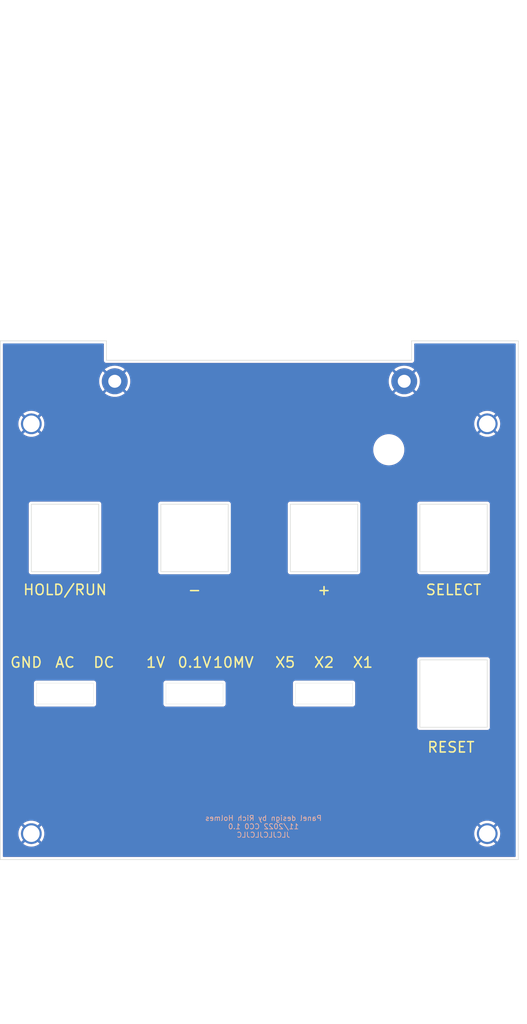
<source format=kicad_pcb>
(kicad_pcb (version 20211014) (generator pcbnew)
  (layers (0 "F.Cu" signal) (31 "B.Cu" signal) (34 "B.Paste" user) (35 "F.Paste" user) (36 "B.SilkS" user "B.Silkscreen") (37 "F.SilkS" user "F.Silkscreen") (38 "B.Mask" user) (39 "F.Mask" user) (44 "Edge.Cuts" user))
  (net 0 "")
  (net 1 "GND")
  (footprint "Kosmo_panel:Kosmo_LED_Hole" (layer "F.Cu") (at 91.1 95.6)
    (fp_text reference "H15" hide)
    (fp_text value "Led_Hole")
    (pad "" np_thru_hole circle (at 0 0) (size 5 5) (drill 5) (layers F&B.Cu *.Mask))
  )
  (footprint "Kosmo_panel:Kosmo_Panel_Mounting_Hole" (layer "F.Cu") (at 110.1 90.6)
    (fp_text reference "H6" hide)
    (fp_text value "Mounting_Hole")
    (pad "1" thru_hole circle locked (at 0 0) (size 4 4) (drill 3.2) (layers *.Cu *.Mask) (net 1 "GND"))
  )
  (footprint "Kosmo_panel:Tact_Button_13mm_square" (layer "F.Cu") (at 28.6 112.6)
    (fp_text reference "H1" hide)
    (fp_text value "Rect_Switch_Hole")
    (fp_rect (start -6.5 -6.5) (end 6.5 6.5) (layer "Edge.Cuts") (width 0.1) (fill none))
  )
  (footprint "Kosmo_panel:Kosmo_Panel_Mounting_Hole" (layer "F.Cu") (at 22.1 169.6)
    (fp_text reference "H9" hide)
    (fp_text value "Mounting_Hole")
    (pad "1" thru_hole circle locked (at 0 0) (size 4 4) (drill 3.2) (layers *.Cu *.Mask) (net 1 "GND"))
  )
  (footprint "Kosmo_panel:Kosmo_Panel_Mounting_Hole" (layer "F.Cu") (at 22.1 90.6)
    (fp_text reference "H3" hide)
    (fp_text value "Mounting_Hole")
    (pad "1" thru_hole circle locked (at 0 0) (size 4 4) (drill 3.2) (layers *.Cu *.Mask) (net 1 "GND"))
  )
  (footprint "Kosmo_panel:Tact_Button_13mm_square" (layer "F.Cu") (at 103.6 142.6)
    (fp_text reference "H11" hide)
    (fp_text value "Rect_Switch_Hole")
    (fp_rect (start -6.5 -6.5) (end 6.5 6.5) (layer "Edge.Cuts") (width 0.1) (fill none))
  )
  (footprint "Kosmo_panel:Tact_Button_13mm_square" (layer "F.Cu") (at 103.6 112.6)
    (fp_text reference "H10" hide)
    (fp_text value "Rect_Switch_Hole")
    (fp_rect (start -6.5 -6.5) (end 6.5 6.5) (layer "Edge.Cuts") (width 0.1) (fill none))
  )
  (footprint "Kosmo_panel:DP3T_Slide_Switch" (layer "F.Cu") (at 28.6 142.6)
    (fp_text reference "H2" hide)
    (fp_text value "Rect_Switch_Hole")
    (fp_rect (start -5.5 -2) (end 5.5 2) (layer "Edge.Cuts") (width 0.05) (fill none))
  )
  (footprint "MountingHole:MountingHole_2.5mm_Pad" (layer "F.Cu") (at 94.08 82.4)
    (fp_text reference "H14" hide)
    (fp_text value "Mounting_Hole")
    (pad "1" thru_hole circle (at 0 0) (size 5 5) (drill 2.5) (layers *.Cu *.Mask) (net 1 "GND"))
  )
  (footprint "dso138_testpanel:dso138_behind" (layer "F.Cu") (at 68.8 107.6)
    (fp_text reference "GRAF1" hide)
    (fp_text value "Holes" hide)
  )
  (footprint "MountingHole:MountingHole_2.5mm_Pad" (layer "F.Cu") (at 38.2 82.4)
    (fp_text reference "H13" hide)
    (fp_text value "Mounting_Hole")
    (pad "1" thru_hole circle (at 0 0) (size 5 5) (drill 2.5) (layers *.Cu *.Mask) (net 1 "GND"))
  )
  (footprint "Kosmo_panel:Tact_Button_13mm_square" (layer "F.Cu") (at 78.6 112.6)
    (fp_text reference "H7" hide)
    (fp_text value "Rect_Switch_Hole")
    (fp_rect (start -6.5 -6.5) (end 6.5 6.5) (layer "Edge.Cuts") (width 0.1) (fill none))
  )
  (footprint "Kosmo_panel:Tact_Button_13mm_square" (layer "F.Cu") (at 53.6 112.6)
    (fp_text reference "H4" hide)
    (fp_text value "Rect_Switch_Hole")
    (fp_rect (start -6.5 -6.5) (end 6.5 6.5) (layer "Edge.Cuts") (width 0.1) (fill none))
  )
  (footprint "Kosmo_panel:Kosmo_Panel_Mounting_Hole" (layer "F.Cu") (at 110.1 169.6)
    (fp_text reference "H12" hide)
    (fp_text value "Mounting_Hole")
    (pad "1" thru_hole circle locked (at 0 0) (size 4 4) (drill 3.2) (layers *.Cu *.Mask) (net 1 "GND"))
  )
  (footprint "Kosmo_panel:DP3T_Slide_Switch" (layer "F.Cu") (at 53.6 142.6)
    (fp_text reference "H5" hide)
    (fp_text value "Rect_Switch_Hole")
    (fp_rect (start -5.5 -2) (end 5.5 2) (layer "Edge.Cuts") (width 0.05) (fill none))
  )
  (footprint "Kosmo_panel:DP3T_Slide_Switch" (layer "F.Cu") (at 78.6 142.6)
    (fp_text reference "H8" hide)
    (fp_text value "Rect_Switch_Hole")
    (fp_rect (start -5.5 -2) (end 5.5 2) (layer "Edge.Cuts") (width 0.05) (fill none))
  )
  (gr_line (start 16.1 174.6) (end 16.1 74.6) (layer "Edge.Cuts") (width 0.1))
  (gr_line (start 116.1 174.6) (end 16.1 174.6) (layer "Edge.Cuts") (width 0.1))
  (gr_line (start 116.1 74.6) (end 116.1 174.6) (layer "Edge.Cuts") (width 0.1))
  (gr_line (start 16.1 74.6) (end 36.6 74.6) (layer "Edge.Cuts") (width 0.1))
  (gr_line (start 95.5 74.6) (end 116.1 74.6) (layer "Edge.Cuts") (width 0.1))
  (gr_line (start 95.5 74.6) (end 95.5 78.35) (layer "Edge.Cuts") (width 0.1))
  (gr_line (start 36.6 74.6) (end 36.6 78.35) (layer "Edge.Cuts") (width 0.1))
  (gr_line (start 36.6 78.35) (end 95.5 78.35) (layer "Edge.Cuts") (width 0.1))
  (gr_text "Panel design by Rich Holmes\n11/2022 CC0 1.0\nJLCJLCJLCJLC" (at 66.9 168.23) (layer "B.SilkS") (effects (font (size 1 1)) (justify mirror)))
  (gr_text "0.1V" (at 53.6 136.6) (layer "F.SilkS") (effects (font (size 2 2) (thickness 0.3))))
  (gr_text "DC" (at 36.1 136.6) (layer "F.SilkS") (effects (font (size 2 2) (thickness 0.3))))
  (gr_text "1V" (at 46.1 136.6) (layer "F.SilkS") (effects (font (size 2 2) (thickness 0.3))))
  (gr_text "X2" (at 78.6 136.6) (layer "F.SilkS") (effects (font (size 2 2) (thickness 0.3))))
  (gr_text "SELECT" (at 103.6 122.6) (layer "F.SilkS") (effects (font (size 2 2) (thickness 0.3))))
  (gr_text "HOLD/RUN" (at 28.6 122.6) (layer "F.SilkS") (effects (font (size 2 2) (thickness 0.3))))
  (gr_text "GND\n" (at 21.1 136.6) (layer "F.SilkS") (effects (font (size 2 2) (thickness 0.3))))
  (gr_text "-\n" (at 53.6 122.6) (layer "F.SilkS") (effects (font (size 2 2) (thickness 0.3))))
  (gr_text "AC" (at 28.6 136.6) (layer "F.SilkS") (effects (font (size 2 2) (thickness 0.3))))
  (gr_text "RESET\n" (at 103.1 152.95) (layer "F.SilkS") (effects (font (size 2 2) (thickness 0.3))))
  (gr_text "10MV" (at 61.1 136.6) (layer "F.SilkS") (effects (font (size 2 2) (thickness 0.3))))
  (gr_text "+" (at 78.6 122.6) (layer "F.SilkS") (effects (font (size 2 2) (thickness 0.3))))
  (gr_text "X1" (at 86.1 136.6) (layer "F.SilkS") (effects (font (size 2 2) (thickness 0.3))))
  (gr_text "X5\n" (at 71.1 136.6) (layer "F.SilkS") (effects (font (size 2 2) (thickness 0.3))))
  (zone (net 1) (net_name "GND") (layers F&B.Cu) (connect_pads (clearance 0.508)) (min_thickness 0.254) (fill yes (thermal_gap 0.508) (thermal_bridge_width 0.508))
    (polygon (pts (xy 36.6 78.35) (xy 95.5 78.35) (xy 95.5 74.6) (xy 116.1 74.6) (xy 116.1 174.6) (xy 16.1 174.6) (xy 16.1 74.6) (xy 36.6 74.6)))
  )
)
</source>
